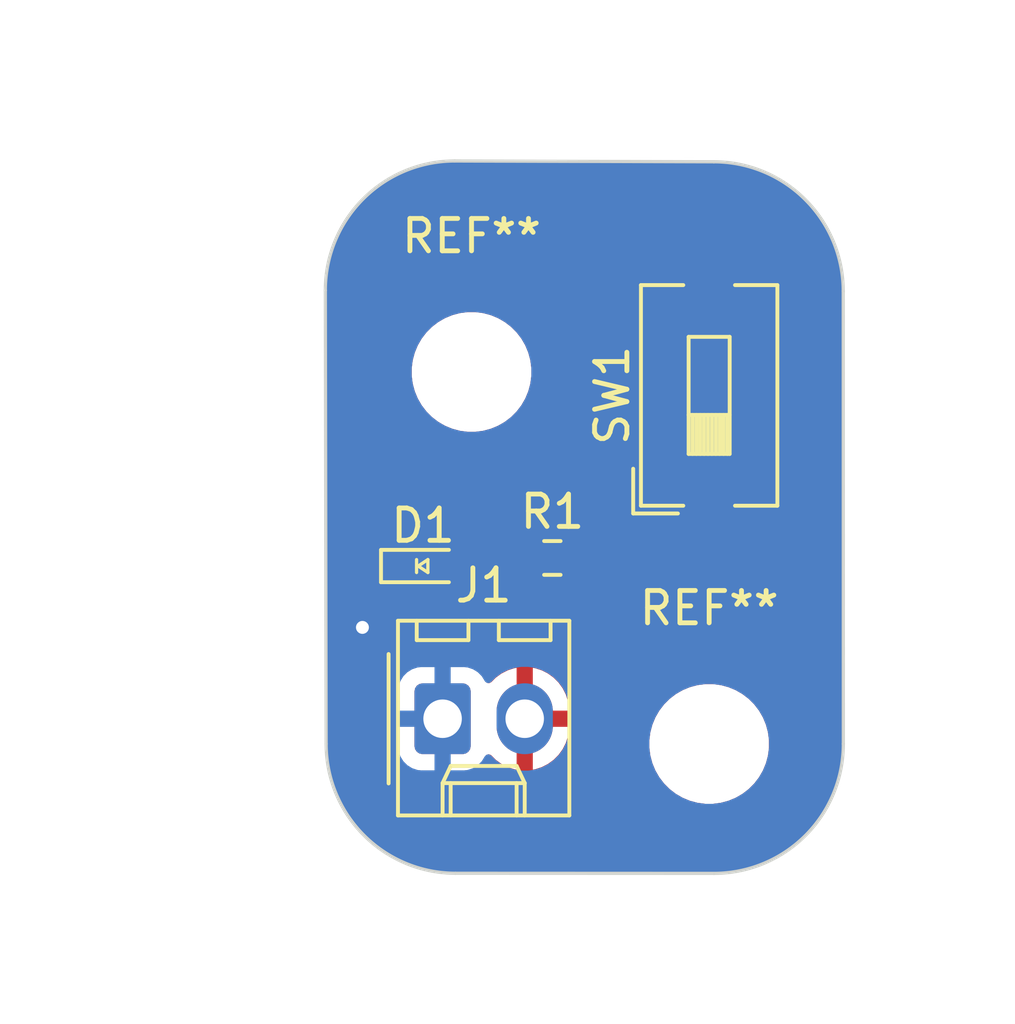
<source format=kicad_pcb>
(kicad_pcb (version 20240108) (generator "pcbnew") (generator_version "8.0")
  (title_block (title "LED Project") (date "2022-08-16") (rev "0.0") (company "Illini Solar Car") (comment 1 "Designed By: Tsung-chi Fang"))
  (layers (0 "F.Cu" signal) (31 "B.Cu" signal) (34 "B.Paste" user) (35 "F.Paste" user) (36 "B.SilkS" user "B.Silkscreen") (37 "F.SilkS" user "F.Silkscreen") (38 "B.Mask" user) (39 "F.Mask" user) (44 "Edge.Cuts" user))
  (net 0 "")
  (net 1 "Net-(D1-A)")
  (net 2 "GND")
  (net 3 "+3V3")
  (net 4 "Net-(R1-Pad2)")
  (footprint "MountingHole:MountingHole_3.2mm_M3" (layer "F.Cu") (at 102.85 105)
    (property "Reference" "REF**" (at 0 -4.2 0) (layer "F.SilkS"))
    (property "Value" "MountingHole_3.2mm_M3")
    (pad "" np_thru_hole circle (at 0 0) (size 3.2 3.2) (drill 3.2) (layers "*.Cu" "*.Mask"))
  )
  (footprint "Connector_Molex:Molex_KK-254_AE-6410-02A_1x02_P2.54mm_Vertical" (layer "F.Cu") (at 94.605 104.22)
    (property "Reference" "J1" (at 1.27 -4.12 0) (layer "F.SilkS"))
    (property "Value" "Conn_01x02")
    (fp_line (start -1.67 -2) (end -1.67 2) (stroke (width 0.12)) (layer "F.SilkS"))
    (fp_line (start -1.38 -3.03) (end -1.38 2.99) (stroke (width 0.12)) (layer "F.SilkS"))
    (fp_line (start -1.38 2.99) (end 3.92 2.99) (stroke (width 0.12)) (layer "F.SilkS"))
    (fp_line (start -0.8 -3.03) (end -0.8 -2.43) (stroke (width 0.12)) (layer "F.SilkS"))
    (fp_line (start -0.8 -2.43) (end 0.8 -2.43) (stroke (width 0.12)) (layer "F.SilkS"))
    (fp_line (start 0 1.99) (end 0.25 1.46) (stroke (width 0.12)) (layer "F.SilkS"))
    (fp_line (start 0 1.99) (end 2.54 1.99) (stroke (width 0.12)) (layer "F.SilkS"))
    (fp_line (start 0 2.99) (end 0 1.99) (stroke (width 0.12)) (layer "F.SilkS"))
    (fp_line (start 0.25 1.46) (end 2.29 1.46) (stroke (width 0.12)) (layer "F.SilkS"))
    (fp_line (start 0.25 2.99) (end 0.25 1.99) (stroke (width 0.12)) (layer "F.SilkS"))
    (fp_line (start 0.8 -2.43) (end 0.8 -3.03) (stroke (width 0.12)) (layer "F.SilkS"))
    (fp_line (start 1.74 -3.03) (end 1.74 -2.43) (stroke (width 0.12)) (layer "F.SilkS"))
    (fp_line (start 1.74 -2.43) (end 3.34 -2.43) (stroke (width 0.12)) (layer "F.SilkS"))
    (fp_line (start 2.29 1.46) (end 2.54 1.99) (stroke (width 0.12)) (layer "F.SilkS"))
    (fp_line (start 2.29 2.99) (end 2.29 1.99) (stroke (width 0.12)) (layer "F.SilkS"))
    (fp_line (start 2.54 1.99) (end 2.54 2.99) (stroke (width 0.12)) (layer "F.SilkS"))
    (fp_line (start 3.34 -2.43) (end 3.34 -3.03) (stroke (width 0.12)) (layer "F.SilkS"))
    (fp_line (start 3.92 -3.03) (end -1.38 -3.03) (stroke (width 0.12)) (layer "F.SilkS"))
    (fp_line (start 3.92 2.99) (end 3.92 -3.03) (stroke (width 0.12)) (layer "F.SilkS"))
    (pad "1" thru_hole roundrect (at 0 0) (size 1.74 2.19) (drill 1.19) (layers "*.Cu" "*.Mask") (roundrect_rratio 0.143678) (net 2 "GND"))
    (pad "2" thru_hole oval (at 2.54 0) (size 1.74 2.19) (drill 1.19) (layers "*.Cu" "*.Mask") (net 3 "+3V3"))
  )
  (footprint "layout:LED_0603_Symbol_on_F.SilkS" (layer "F.Cu") (at 94 99.5)
    (property "Reference" "D1" (at 0 -1.25 0) (layer "F.SilkS"))
    (property "Value" "LED_RED")
    (fp_line (start -1.3 -0.5) (end -1.3 0.5) (stroke (width 0.12)) (layer "F.SilkS"))
    (fp_line (start -1.3 -0.5) (end 0.8 -0.5) (stroke (width 0.12)) (layer "F.SilkS"))
    (fp_line (start -1.3 0.5) (end 0.8 0.5) (stroke (width 0.12)) (layer "F.SilkS"))
    (fp_line (start -0.2 -0.2) (end -0.2 0.2) (stroke (width 0.1)) (layer "F.SilkS"))
    (fp_line (start -0.15 0) (end 0.15 -0.2) (stroke (width 0.1)) (layer "F.SilkS"))
    (fp_line (start 0.15 -0.2) (end 0.15 0.2) (stroke (width 0.1)) (layer "F.SilkS"))
    (fp_line (start 0.15 0.2) (end -0.15 0) (stroke (width 0.1)) (layer "F.SilkS"))
    (pad "1" smd rect (at -0.8 0 180) (size 0.8 0.8) (layers "F.Cu" "F.Paste" "F.Mask") (net 2 "GND"))
    (pad "2" smd rect (at 0.8 0 180) (size 0.8 0.8) (layers "F.Cu" "F.Paste" "F.Mask") (net 1 "Net-(D1-A)"))
  )
  (footprint "MountingHole:MountingHole_3.2mm_M3" (layer "F.Cu") (at 95.5 93.5)
    (property "Reference" "REF**" (at 0 -4.2 0) (layer "F.SilkS"))
    (property "Value" "MountingHole_3.2mm_M3")
    (pad "" np_thru_hole circle (at 0 0) (size 3.2 3.2) (drill 3.2) (layers "*.Cu" "*.Mask"))
  )
  (footprint "Button_Switch_SMD:SW_DIP_SPSTx01_Slide_6.7x4.1mm_W8.61mm_P2.54mm_LowProfile" (layer "F.Cu") (at 102.85 94.225 90)
    (property "Reference" "SW1" (at 0 -3 90) (layer "F.SilkS"))
    (property "Value" "SW_Push")
    (fp_line (start -3.65 -2.35) (end -2.267 -2.35) (stroke (width 0.12)) (layer "F.SilkS"))
    (fp_line (start -3.65 -2.35) (end -3.65 -0.967) (stroke (width 0.12)) (layer "F.SilkS"))
    (fp_line (start 3.41 -2.11) (end 3.41 -0.8) (stroke (width 0.12)) (layer "F.SilkS"))
    (fp_line (start -3.41 -2.11) (end 3.41 -2.11) (stroke (width 0.12)) (layer "F.SilkS"))
    (fp_line (start -3.41 -2.11) (end -3.41 -0.8) (stroke (width 0.12)) (layer "F.SilkS"))
    (fp_line (start 1.81 -0.635) (end -1.81 -0.635) (stroke (width 0.12)) (layer "F.SilkS"))
    (fp_line (start -0.603333 -0.635) (end -0.603333 0.635) (stroke (width 0.12)) (layer "F.SilkS"))
    (fp_line (start -1.81 -0.635) (end -1.81 0.635) (stroke (width 0.12)) (layer "F.SilkS"))
    (fp_line (start -1.81 -0.515) (end -0.603333 -0.515) (stroke (width 0.12)) (layer "F.SilkS"))
    (fp_line (start -1.81 -0.395) (end -0.603333 -0.395) (stroke (width 0.12)) (layer "F.SilkS"))
    (fp_line (start -1.81 -0.275) (end -0.603333 -0.275) (stroke (width 0.12)) (layer "F.SilkS"))
    (fp_line (start -1.81 -0.155) (end -0.603333 -0.155) (stroke (width 0.12)) (layer "F.SilkS"))
    (fp_line (start -1.81 -0.035) (end -0.603333 -0.035) (stroke (width 0.12)) (layer "F.SilkS"))
    (fp_line (start -1.81 0.085) (end -0.603333 0.085) (stroke (width 0.12)) (layer "F.SilkS"))
    (fp_line (start -1.81 0.205) (end -0.603333 0.205) (stroke (width 0.12)) (layer "F.SilkS"))
    (fp_line (start -1.81 0.325) (end -0.603333 0.325) (stroke (width 0.12)) (layer "F.SilkS"))
    (fp_line (start -1.81 0.445) (end -0.603333 0.445) (stroke (width 0.12)) (layer "F.SilkS"))
    (fp_line (start -1.81 0.565) (end -0.603333 0.565) (stroke (width 0.12)) (layer "F.SilkS"))
    (fp_line (start 1.81 0.635) (end 1.81 -0.635) (stroke (width 0.12)) (layer "F.SilkS"))
    (fp_line (start -1.81 0.635) (end 1.81 0.635) (stroke (width 0.12)) (layer "F.SilkS"))
    (fp_line (start 3.41 0.8) (end 3.41 2.11) (stroke (width 0.12)) (layer "F.SilkS"))
    (fp_line (start -3.41 0.8) (end -3.41 2.11) (stroke (width 0.12)) (layer "F.SilkS"))
    (fp_line (start -3.41 2.11) (end 3.41 2.11) (stroke (width 0.12)) (layer "F.SilkS"))
    (pad "1" smd rect (at -4.305 0 90) (size 2.44 1.12) (layers "F.Cu" "F.Paste" "F.Mask") (net 3 "+3V3"))
    (pad "2" smd rect (at 4.305 0 90) (size 2.44 1.12) (layers "F.Cu" "F.Paste" "F.Mask") (net 4 "Net-(R1-Pad2)"))
  )
  (footprint "Resistor_SMD:R_0603_1608Metric_Pad0.98x0.95mm_HandSolder" (layer "F.Cu") (at 98 99.25)
    (property "Reference" "R1" (at 0 -1.43 0) (layer "F.SilkS"))
    (property "Value" "105")
    (fp_line (start -0.254724 -0.5225) (end 0.254724 -0.5225) (stroke (width 0.12)) (layer "F.SilkS"))
    (fp_line (start -0.254724 0.5225) (end 0.254724 0.5225) (stroke (width 0.12)) (layer "F.SilkS"))
    (pad "1" smd roundrect (at -0.9125 0) (size 0.975 0.95) (layers "F.Cu" "F.Paste" "F.Mask") (net 1 "Net-(D1-A)"))
    (pad "2" smd roundrect (at 0.9125 0) (size 0.975 0.95) (layers "F.Cu" "F.Paste" "F.Mask") (net 4 "Net-(R1-Pad2)"))
  )
  (gr_line (start 95.003427 108.996573) (end 103 109) (stroke (width 0.1)) (layer "Edge.Cuts"))
  (gr_arc (start 90.978427 90.978427) (mid 92.15 88.15) (end 94.978427 86.978427) (stroke (width 0.1)) (layer "Edge.Cuts"))
  (gr_arc (start 95.003427 108.996573) (mid 92.175 107.825) (end 91.003427 104.996573) (stroke (width 0.1)) (layer "Edge.Cuts"))
  (gr_line (start 90.978427 90.978427) (end 91.003427 104.996573) (stroke (width 0.1)) (layer "Edge.Cuts"))
  (gr_arc (start 107 105) (mid 105.828427 107.828427) (end 103 109) (stroke (width 0.1)) (layer "Edge.Cuts"))
  (gr_line (start 94.978427 86.978427) (end 102.996573 87.003427) (stroke (width 0.1)) (layer "Edge.Cuts"))
  (gr_line (start 106.996573 91.003427) (end 107 105) (stroke (width 0.1)) (layer "Edge.Cuts"))
  (gr_arc (start 102.996573 87.003427) (mid 105.825 88.175) (end 106.996573 91.003427) (stroke (width 0.1)) (layer "Edge.Cuts"))
  (segment (start 94.8 99.5) (end 95.8514 99.5) (width 0.25) (layer "F.Cu") (net 1))
  (segment (start 95.8514 99.5) (end 96.1014 99.25) (width 0.25) (layer "F.Cu") (net 1))
  (segment (start 96.1014 99.25) (end 97.0875 99.25) (width 0.25) (layer "F.Cu") (net 1))
  (segment (start 92.4478 99.5) (end 92.2528 99.695) (width 0.25) (layer "F.Cu") (net 2))
  (segment (start 92.2528 101.2698) (end 92.1258 101.3968) (width 0.25) (layer "F.Cu") (net 2))
  (segment (start 93.2 99.5) (end 92.4478 99.5) (width 0.25) (layer "F.Cu") (net 2))
  (segment (start 92.2528 99.695) (end 92.2528 101.2698) (width 0.25) (layer "F.Cu") (net 2))
  (via (at 92.1258 101.3968) (size 0.8) (drill 0.4) (layers "F.Cu" "B.Cu") (net 2))
  (segment (start 101.596 89.92) (end 99.5172 91.9988) (width 0.25) (layer "F.Cu") (net 4))
  (segment (start 99.5172 91.9988) (end 99.5172 97.3582) (width 0.25) (layer "F.Cu") (net 4))
  (segment (start 102.85 89.92) (end 101.596 89.92) (width 0.25) (layer "F.Cu") (net 4))
  (segment (start 98.9125 97.9629) (end 98.9125 99.25) (width 0.25) (layer "F.Cu") (net 4))
  (segment (start 99.5172 97.3582) (end 98.9125 97.9629) (width 0.25) (layer "F.Cu") (net 4))
  (zone (net 3) (net_name "+3V3") (layer "F.Cu") (connect_pads (clearance 0.508)) (min_thickness 0.25) (fill yes (thermal_gap 0.5) (thermal_bridge_width 0.5))
    (polygon (pts (xy 91.8 87) (xy 107.725 86.775) (xy 107.4 108.95) (xy 90.6 108.8) (xy 90.75 86.75) (xy 91.9 86.975) (xy 91.325 87.75) (xy 91.325 87.825)))
  )
  (zone (net 2) (net_name "GND") (layer "B.Cu") (priority 1) (connect_pads (clearance 0.508)) (min_thickness 0.25) (fill yes (thermal_gap 0.5) (thermal_bridge_width 0.5))
    (polygon (pts (xy 90.75 86.175) (xy 108.3 86.275) (xy 108.2 109.575) (xy 89.9 109.725) (xy 90.65 86.2)))
  )
)
</source>
